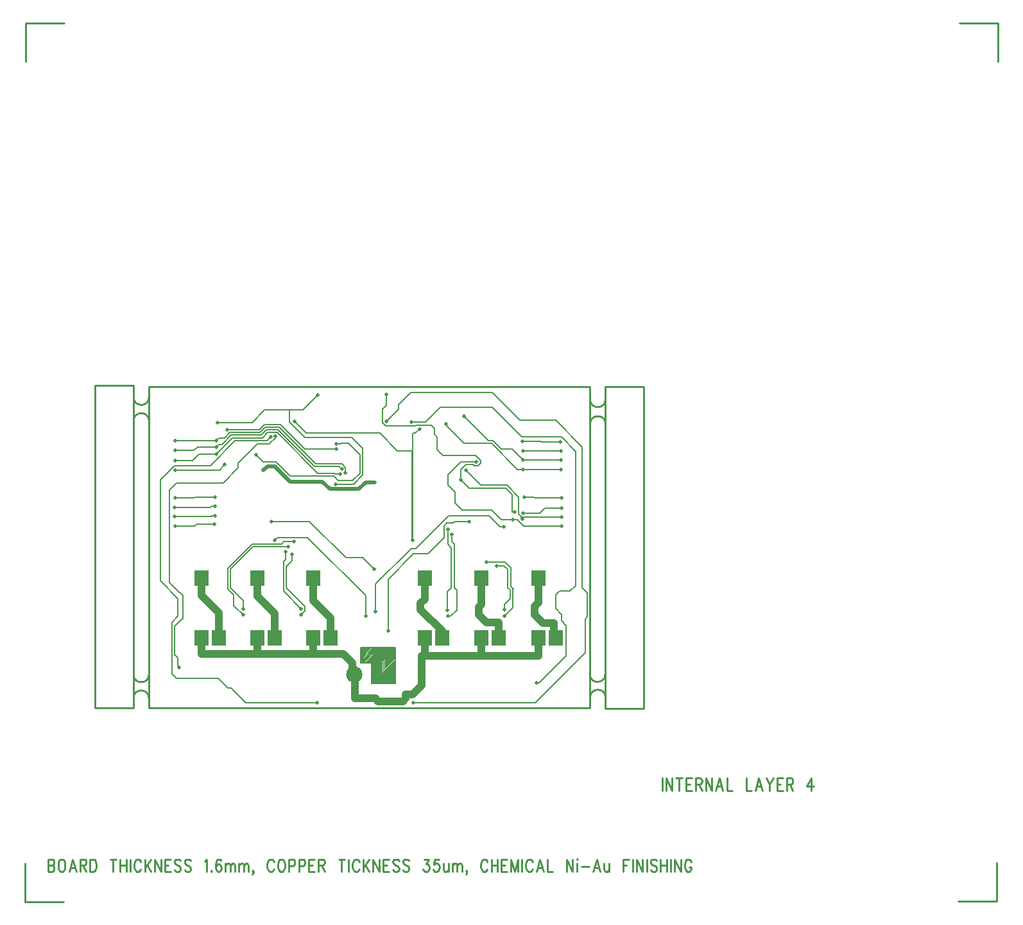
<source format=gbr>
*
*
G04 PADS Layout (Build Number 2007.21.1) generated Gerber (RS-274-X) file*
G04 PC Version=2.1*
*
%IN "2FOC-002.pcb"*%
*
%MOIN*%
*
%FSLAX35Y35*%
*
*
*
*
G04 PC Standard Apertures*
*
*
G04 Thermal Relief Aperture macro.*
%AMTER*
1,1,$1,0,0*
1,0,$1-$2,0,0*
21,0,$3,$4,0,0,45*
21,0,$3,$4,0,0,135*
%
*
*
G04 Annular Aperture macro.*
%AMANN*
1,1,$1,0,0*
1,0,$2,0,0*
%
*
*
G04 Odd Aperture macro.*
%AMODD*
1,1,$1,0,0*
1,0,$1-0.005,0,0*
%
*
*
G04 PC Custom Aperture Macros*
*
*
*
*
*
*
G04 PC Aperture Table*
*
%ADD010C,0.01*%
%ADD015C,0.008*%
%ADD028R,0.075X0.084*%
%ADD029C,0.085*%
%ADD070C,0.001*%
%ADD083C,0.00787*%
%ADD085C,0.03937*%
%ADD087C,0.01969*%
%ADD131C,0.00787*%
*
*
*
*
G04 PC Circuitry*
G04 Layer Name 2FOC-002.pcb - circuitry*
%LPD*%
*
*
G04 PC Custom Flashes*
G04 Layer Name 2FOC-002.pcb - flashes*
%LPD*%
*
*
G04 PC Circuitry*
G04 Layer Name 2FOC-002.pcb - circuitry*
%LPD*%
*
G54D10*
G01X2078150Y1436248D02*
Y1429685D01*
X2080195Y1436248D02*
Y1429685D01*
Y1436248D02*
X2083377Y1429685D01*
Y1436248D02*
Y1429685D01*
X2087013Y1436248D02*
Y1429685D01*
X2085422Y1436248D02*
X2088604D01*
X2090650D02*
Y1429685D01*
Y1436248D02*
X2093604D01*
X2090650Y1433123D02*
X2092468D01*
X2090650Y1429685D02*
X2093604D01*
X2095650Y1436248D02*
Y1429685D01*
Y1436248D02*
X2097695D01*
X2098377Y1435935*
X2098604Y1435623*
X2098831Y1434998*
Y1434373*
X2098604Y1433748*
X2098377Y1433435*
X2097695Y1433123*
X2095650*
X2097241D02*
X2098831Y1429685D01*
X2100877Y1436248D02*
Y1429685D01*
Y1436248D02*
X2104059Y1429685D01*
Y1436248D02*
Y1429685D01*
X2107922Y1436248D02*
X2106104Y1429685D01*
X2107922Y1436248D02*
X2109741Y1429685D01*
X2106786Y1431873D02*
X2109059D01*
X2111786Y1436248D02*
Y1429685D01*
X2114513*
X2121786Y1436248D02*
Y1429685D01*
X2124513*
X2128377Y1436248D02*
X2126559Y1429685D01*
X2128377Y1436248D02*
X2130195Y1429685D01*
X2127241Y1431873D02*
X2129513D01*
X2132241Y1436248D02*
X2134059Y1433123D01*
Y1429685*
X2135877Y1436248D02*
X2134059Y1433123D01*
X2137922Y1436248D02*
Y1429685D01*
Y1436248D02*
X2140877D01*
X2137922Y1433123D02*
X2139741D01*
X2137922Y1429685D02*
X2140877D01*
X2142922Y1436248D02*
Y1429685D01*
Y1436248D02*
X2144968D01*
X2145650Y1435935*
X2145877Y1435623*
X2146104Y1434998*
Y1434373*
X2145877Y1433748*
X2145650Y1433435*
X2144968Y1433123*
X2142922*
X2144513D02*
X2146104Y1429685D01*
X2155650Y1436248D02*
X2153377Y1431873D01*
X2156786*
X2155650Y1436248D02*
Y1429685D01*
X1759252Y1394122D02*
Y1387559D01*
Y1394122D02*
X1761297D01*
X1761979Y1393809*
X1762207Y1393497*
X1762434Y1392872*
Y1392247*
X1762207Y1391622*
X1761979Y1391309*
X1761297Y1390997*
X1759252D02*
X1761297D01*
X1761979Y1390684*
X1762207Y1390372*
X1762434Y1389747*
Y1388809*
X1762207Y1388184*
X1761979Y1387872*
X1761297Y1387559*
X1759252*
X1765843Y1394122D02*
X1765388Y1393809D01*
X1764934Y1393184*
X1764707Y1392559*
X1764479Y1391622*
Y1390059*
X1764707Y1389122*
X1764934Y1388497*
X1765388Y1387872*
X1765843Y1387559*
X1766752*
X1767207Y1387872*
X1767661Y1388497*
X1767888Y1389122*
X1768116Y1390059*
Y1391622*
X1767888Y1392559*
X1767661Y1393184*
X1767207Y1393809*
X1766752Y1394122*
X1765843*
X1771979D02*
X1770161Y1387559D01*
X1771979Y1394122D02*
X1773797Y1387559D01*
X1770843Y1389747D02*
X1773116D01*
X1775843Y1394122D02*
Y1387559D01*
Y1394122D02*
X1777888D01*
X1778570Y1393809*
X1778797Y1393497*
X1779025Y1392872*
Y1392247*
X1778797Y1391622*
X1778570Y1391309*
X1777888Y1390997*
X1775843*
X1777434D02*
X1779025Y1387559D01*
X1781070Y1394122D02*
Y1387559D01*
Y1394122D02*
X1782661D01*
X1783343Y1393809*
X1783797Y1393184*
X1784025Y1392559*
X1784252Y1391622*
Y1390059*
X1784025Y1389122*
X1783797Y1388497*
X1783343Y1387872*
X1782661Y1387559*
X1781070*
X1793116Y1394122D02*
Y1387559D01*
X1791525Y1394122D02*
X1794707D01*
X1796752D02*
Y1387559D01*
X1799934Y1394122D02*
Y1387559D01*
X1796752Y1390997D02*
X1799934D01*
X1801979Y1394122D02*
Y1387559D01*
X1807434Y1392559D02*
X1807207Y1393184D01*
X1806752Y1393809*
X1806297Y1394122*
X1805388*
X1804934Y1393809*
X1804479Y1393184*
X1804252Y1392559*
X1804025Y1391622*
Y1390059*
X1804252Y1389122*
X1804479Y1388497*
X1804934Y1387872*
X1805388Y1387559*
X1806297*
X1806752Y1387872*
X1807207Y1388497*
X1807434Y1389122*
X1809479Y1394122D02*
Y1387559D01*
X1812661Y1394122D02*
X1809479Y1389747D01*
X1810616Y1391309D02*
X1812661Y1387559D01*
X1814707Y1394122D02*
Y1387559D01*
Y1394122D02*
X1817888Y1387559D01*
Y1394122D02*
Y1387559D01*
X1819934Y1394122D02*
Y1387559D01*
Y1394122D02*
X1822888D01*
X1819934Y1390997D02*
X1821752D01*
X1819934Y1387559D02*
X1822888D01*
X1828116Y1393184D02*
X1827661Y1393809D01*
X1826979Y1394122*
X1826070*
X1825388Y1393809*
X1824934Y1393184*
Y1392559*
X1825161Y1391934*
X1825388Y1391622*
X1825843Y1391309*
X1827207Y1390684*
X1827661Y1390372*
X1827888Y1390059*
X1828116Y1389434*
Y1388497*
X1827661Y1387872*
X1826979Y1387559*
X1826070*
X1825388Y1387872*
X1824934Y1388497*
X1833343Y1393184D02*
X1832888Y1393809D01*
X1832207Y1394122*
X1831297*
X1830616Y1393809*
X1830161Y1393184*
Y1392559*
X1830388Y1391934*
X1830616Y1391622*
X1831070Y1391309*
X1832434Y1390684*
X1832888Y1390372*
X1833116Y1390059*
X1833343Y1389434*
Y1388497*
X1832888Y1387872*
X1832207Y1387559*
X1831297*
X1830616Y1387872*
X1830161Y1388497*
X1840616Y1392872D02*
X1841070Y1393184D01*
X1841752Y1394122*
Y1387559*
X1844025Y1388184D02*
X1843797Y1387872D01*
X1844025Y1387559*
X1844252Y1387872*
X1844025Y1388184*
X1849025Y1393184D02*
X1848797Y1393809D01*
X1848116Y1394122*
X1847661*
X1846979Y1393809*
X1846525Y1392872*
X1846297Y1391309*
Y1389747*
X1846525Y1388497*
X1846979Y1387872*
X1847661Y1387559*
X1847888*
X1848570Y1387872*
X1849025Y1388497*
X1849252Y1389434*
Y1389747*
X1849025Y1390684*
X1848570Y1391309*
X1847888Y1391622*
X1847661*
X1846979Y1391309*
X1846525Y1390684*
X1846297Y1389747*
X1851297Y1391934D02*
Y1387559D01*
Y1390684D02*
X1851979Y1391622D01*
X1852434Y1391934*
X1853116*
X1853570Y1391622*
X1853797Y1390684*
Y1387559*
Y1390684D02*
X1854479Y1391622D01*
X1854934Y1391934*
X1855616*
X1856070Y1391622*
X1856297Y1390684*
Y1387559*
X1858343Y1391934D02*
Y1387559D01*
Y1390684D02*
X1859025Y1391622D01*
X1859479Y1391934*
X1860161*
X1860616Y1391622*
X1860843Y1390684*
Y1387559*
Y1390684D02*
X1861525Y1391622D01*
X1861979Y1391934*
X1862661*
X1863116Y1391622*
X1863343Y1390684*
Y1387559*
X1865843Y1387872D02*
X1865616Y1387559D01*
X1865388Y1387872*
X1865616Y1388184*
X1865843Y1387872*
Y1387247*
X1865616Y1386622*
X1865388Y1386309*
X1876525Y1392559D02*
X1876297Y1393184D01*
X1875843Y1393809*
X1875388Y1394122*
X1874479*
X1874025Y1393809*
X1873570Y1393184*
X1873343Y1392559*
X1873116Y1391622*
Y1390059*
X1873343Y1389122*
X1873570Y1388497*
X1874025Y1387872*
X1874479Y1387559*
X1875388*
X1875843Y1387872*
X1876297Y1388497*
X1876525Y1389122*
X1879934Y1394122D02*
X1879479Y1393809D01*
X1879025Y1393184*
X1878797Y1392559*
X1878570Y1391622*
Y1390059*
X1878797Y1389122*
X1879025Y1388497*
X1879479Y1387872*
X1879934Y1387559*
X1880843*
X1881297Y1387872*
X1881752Y1388497*
X1881979Y1389122*
X1882207Y1390059*
Y1391622*
X1881979Y1392559*
X1881752Y1393184*
X1881297Y1393809*
X1880843Y1394122*
X1879934*
X1884252D02*
Y1387559D01*
Y1394122D02*
X1886297D01*
X1886979Y1393809*
X1887207Y1393497*
X1887434Y1392872*
Y1391934*
X1887207Y1391309*
X1886979Y1390997*
X1886297Y1390684*
X1884252*
X1889479Y1394122D02*
Y1387559D01*
Y1394122D02*
X1891525D01*
X1892207Y1393809*
X1892434Y1393497*
X1892661Y1392872*
Y1391934*
X1892434Y1391309*
X1892207Y1390997*
X1891525Y1390684*
X1889479*
X1894707Y1394122D02*
Y1387559D01*
Y1394122D02*
X1897661D01*
X1894707Y1390997D02*
X1896525D01*
X1894707Y1387559D02*
X1897661D01*
X1899707Y1394122D02*
Y1387559D01*
Y1394122D02*
X1901752D01*
X1902434Y1393809*
X1902661Y1393497*
X1902888Y1392872*
Y1392247*
X1902661Y1391622*
X1902434Y1391309*
X1901752Y1390997*
X1899707*
X1901297D02*
X1902888Y1387559D01*
X1911752Y1394122D02*
Y1387559D01*
X1910161Y1394122D02*
X1913343D01*
X1915388D02*
Y1387559D01*
X1920843Y1392559D02*
X1920616Y1393184D01*
X1920161Y1393809*
X1919707Y1394122*
X1918797*
X1918343Y1393809*
X1917888Y1393184*
X1917661Y1392559*
X1917434Y1391622*
Y1390059*
X1917661Y1389122*
X1917888Y1388497*
X1918343Y1387872*
X1918797Y1387559*
X1919707*
X1920161Y1387872*
X1920616Y1388497*
X1920843Y1389122*
X1922888Y1394122D02*
Y1387559D01*
X1926070Y1394122D02*
X1922888Y1389747D01*
X1924025Y1391309D02*
X1926070Y1387559D01*
X1928116Y1394122D02*
Y1387559D01*
Y1394122D02*
X1931297Y1387559D01*
Y1394122D02*
Y1387559D01*
X1933343Y1394122D02*
Y1387559D01*
Y1394122D02*
X1936297D01*
X1933343Y1390997D02*
X1935161D01*
X1933343Y1387559D02*
X1936297D01*
X1941525Y1393184D02*
X1941070Y1393809D01*
X1940388Y1394122*
X1939479*
X1938797Y1393809*
X1938343Y1393184*
Y1392559*
X1938570Y1391934*
X1938797Y1391622*
X1939252Y1391309*
X1940616Y1390684*
X1941070Y1390372*
X1941297Y1390059*
X1941525Y1389434*
Y1388497*
X1941070Y1387872*
X1940388Y1387559*
X1939479*
X1938797Y1387872*
X1938343Y1388497*
X1946752Y1393184D02*
X1946297Y1393809D01*
X1945616Y1394122*
X1944707*
X1944025Y1393809*
X1943570Y1393184*
Y1392559*
X1943797Y1391934*
X1944025Y1391622*
X1944479Y1391309*
X1945843Y1390684*
X1946297Y1390372*
X1946525Y1390059*
X1946752Y1389434*
Y1388497*
X1946297Y1387872*
X1945616Y1387559*
X1944707*
X1944025Y1387872*
X1943570Y1388497*
X1954479Y1394122D02*
X1956979D01*
X1955616Y1391622*
X1956297*
X1956752Y1391309*
X1956979Y1390997*
X1957207Y1390059*
Y1389434*
X1956979Y1388497*
X1956525Y1387872*
X1955843Y1387559*
X1955161*
X1954479Y1387872*
X1954252Y1388184*
X1954025Y1388809*
X1962207Y1394122D02*
X1959934D01*
X1959707Y1391309*
X1959934Y1391622*
X1960616Y1391934*
X1961297*
X1961979Y1391622*
X1962434Y1390997*
X1962661Y1390059*
X1962434Y1389434*
X1962207Y1388497*
X1961752Y1387872*
X1961070Y1387559*
X1960388*
X1959707Y1387872*
X1959479Y1388184*
X1959252Y1388809*
X1964707Y1391934D02*
Y1388809D01*
X1964934Y1387872*
X1965388Y1387559*
X1966070*
X1966525Y1387872*
X1967207Y1388809*
Y1391934D02*
Y1387559D01*
X1969252Y1391934D02*
Y1387559D01*
Y1390684D02*
X1969934Y1391622D01*
X1970388Y1391934*
X1971070*
X1971525Y1391622*
X1971752Y1390684*
Y1387559*
Y1390684D02*
X1972434Y1391622D01*
X1972888Y1391934*
X1973570*
X1974025Y1391622*
X1974252Y1390684*
Y1387559*
X1976752Y1387872D02*
X1976525Y1387559D01*
X1976297Y1387872*
X1976525Y1388184*
X1976752Y1387872*
Y1387247*
X1976525Y1386622*
X1976297Y1386309*
X1987434Y1392559D02*
X1987207Y1393184D01*
X1986752Y1393809*
X1986297Y1394122*
X1985388*
X1984934Y1393809*
X1984479Y1393184*
X1984252Y1392559*
X1984025Y1391622*
Y1390059*
X1984252Y1389122*
X1984479Y1388497*
X1984934Y1387872*
X1985388Y1387559*
X1986297*
X1986752Y1387872*
X1987207Y1388497*
X1987434Y1389122*
X1989479Y1394122D02*
Y1387559D01*
X1992661Y1394122D02*
Y1387559D01*
X1989479Y1390997D02*
X1992661D01*
X1994707Y1394122D02*
Y1387559D01*
Y1394122D02*
X1997661D01*
X1994707Y1390997D02*
X1996525D01*
X1994707Y1387559D02*
X1997661D01*
X1999707Y1394122D02*
Y1387559D01*
Y1394122D02*
X2001525Y1387559D01*
X2003343Y1394122D02*
X2001525Y1387559D01*
X2003343Y1394122D02*
Y1387559D01*
X2005388Y1394122D02*
Y1387559D01*
X2010843Y1392559D02*
X2010616Y1393184D01*
X2010161Y1393809*
X2009707Y1394122*
X2008797*
X2008343Y1393809*
X2007888Y1393184*
X2007661Y1392559*
X2007434Y1391622*
Y1390059*
X2007661Y1389122*
X2007888Y1388497*
X2008343Y1387872*
X2008797Y1387559*
X2009707*
X2010161Y1387872*
X2010616Y1388497*
X2010843Y1389122*
X2014707Y1394122D02*
X2012888Y1387559D01*
X2014707Y1394122D02*
X2016525Y1387559D01*
X2013570Y1389747D02*
X2015843D01*
X2018570Y1394122D02*
Y1387559D01*
X2021297*
X2028570Y1394122D02*
Y1387559D01*
Y1394122D02*
X2031752Y1387559D01*
Y1394122D02*
Y1387559D01*
X2033797Y1394122D02*
X2034025Y1393809D01*
X2034252Y1394122*
X2034025Y1394434*
X2033797Y1394122*
X2034025Y1391934D02*
Y1387559D01*
X2036297Y1390372D02*
X2040388D01*
X2044252Y1394122D02*
X2042434Y1387559D01*
X2044252Y1394122D02*
X2046070Y1387559D01*
X2043116Y1389747D02*
X2045388D01*
X2048116Y1391934D02*
Y1388809D01*
X2048343Y1387872*
X2048797Y1387559*
X2049479*
X2049934Y1387872*
X2050616Y1388809*
Y1391934D02*
Y1387559D01*
X2057888Y1394122D02*
Y1387559D01*
Y1394122D02*
X2060843D01*
X2057888Y1390997D02*
X2059707D01*
X2062888Y1394122D02*
Y1387559D01*
X2064934Y1394122D02*
Y1387559D01*
Y1394122D02*
X2068116Y1387559D01*
Y1394122D02*
Y1387559D01*
X2070161Y1394122D02*
Y1387559D01*
X2075388Y1393184D02*
X2074934Y1393809D01*
X2074252Y1394122*
X2073343*
X2072661Y1393809*
X2072207Y1393184*
Y1392559*
X2072434Y1391934*
X2072661Y1391622*
X2073116Y1391309*
X2074479Y1390684*
X2074934Y1390372*
X2075161Y1390059*
X2075388Y1389434*
Y1388497*
X2074934Y1387872*
X2074252Y1387559*
X2073343*
X2072661Y1387872*
X2072207Y1388497*
X2077434Y1394122D02*
Y1387559D01*
X2080616Y1394122D02*
Y1387559D01*
X2077434Y1390997D02*
X2080616D01*
X2082661Y1394122D02*
Y1387559D01*
X2084707Y1394122D02*
Y1387559D01*
Y1394122D02*
X2087888Y1387559D01*
Y1394122D02*
Y1387559D01*
X2093343Y1392559D02*
X2093116Y1393184D01*
X2092661Y1393809*
X2092207Y1394122*
X2091297*
X2090843Y1393809*
X2090388Y1393184*
X2090161Y1392559*
X2089934Y1391622*
Y1390059*
X2090161Y1389122*
X2090388Y1388497*
X2090843Y1387872*
X2091297Y1387559*
X2092207*
X2092661Y1387872*
X2093116Y1388497*
X2093343Y1389122*
Y1390059*
X2092207D02*
X2093343D01*
X1811638Y1472618D02*
X2040748D01*
Y1639331*
X1811638*
Y1472618*
X1767520Y1828110D02*
X1747520D01*
Y1808110*
X1747441Y1391890D02*
Y1371890D01*
X1767441*
X2232087Y1372205D02*
X2252087D01*
Y1392205*
X2252559Y1808031D02*
Y1828031D01*
X2232559*
X1803543Y1640118D02*
Y1472598D01*
X1783465*
Y1639921*
X1803346*
X2040757Y1632696D02*
G75*
G03X2048757I4000J0D01*
G01X2048791Y1619988D02*
G03X2040791I-4000J-0D01*
G01X1803664Y1633822D02*
G03X1811664I4000J0D01*
G01X1811677Y1621551D02*
G03X1803677I-4000J0D01*
G01X1803664Y1489924D02*
G03X1811664I4000J0D01*
G01X1811612Y1477656D02*
G03X1803612I-4000J-0D01*
G01X2040672Y1490121D02*
G03X2048672I4000J0D01*
G01X2068504Y1472205D02*
X2048728D01*
Y1639331*
X2068504*
Y1472205*
X2048805Y1478060D02*
G03X2040805I-4000J-0D01*
G54D15*
G01X1921487Y1496050D02*
Y1504108D01*
X1939781*
Y1485223*
X1927195*
Y1496050*
X1921487*
X1927195Y1490963D02*
X1939781Y1503548D01*
X1927195Y1489944D02*
X1939781Y1502530D01*
X1927195Y1488926D02*
X1939781Y1501512D01*
X1927195Y1487908D02*
X1939781Y1500494D01*
X1927195Y1486890D02*
X1939781Y1499475D01*
X1927195Y1485871D02*
X1939781Y1498457D01*
X1927565Y1485223D02*
X1939781Y1497439D01*
X1928583Y1485223D02*
X1939781Y1496421D01*
X1929601Y1485223D02*
X1939781Y1495403D01*
X1930620Y1485223D02*
X1939781Y1494384D01*
X1931638Y1485223D02*
X1939781Y1493366D01*
X1932656Y1485223D02*
X1939781Y1492348D01*
X1933674Y1485223D02*
X1939781Y1491330D01*
X1934693Y1485223D02*
X1939781Y1490311D01*
X1935711Y1485223D02*
X1939781Y1489293D01*
X1936729Y1485223D02*
X1939781Y1488275D01*
X1937747Y1485223D02*
X1939781Y1487257D01*
X1938766Y1485223D02*
X1939781Y1486238D01*
X1927195Y1491981D02*
X1939322Y1504108D01*
X1927195Y1492999D02*
X1938304Y1504108D01*
X1927195Y1494017D02*
X1937286Y1504108D01*
X1927195Y1495036D02*
X1936268Y1504108D01*
X1927191Y1496050D02*
X1935249Y1504108D01*
X1926173Y1496050D02*
X1934231Y1504108D01*
X1925155Y1496050D02*
X1933213Y1504108D01*
X1924136Y1496050D02*
X1932195Y1504108D01*
X1923118Y1496050D02*
X1931176Y1504108D01*
X1922100Y1496050D02*
X1930158Y1504108D01*
X1921487Y1496455D02*
X1929140Y1504108D01*
X1921487Y1497473D02*
X1928122Y1504108D01*
X1921487Y1498491D02*
X1927104Y1504108D01*
X1921487Y1499509D02*
X1926085Y1504108D01*
X1921487Y1500527D02*
X1925067Y1504108D01*
X1921487Y1501546D02*
X1924049Y1504108D01*
X1921487Y1502564D02*
X1923031Y1504108D01*
X1921487Y1503582D02*
X1922012Y1504108D01*
G54D28*
X1838811Y1508795D03*
X1847811D03*
X1867811D03*
X1876811D03*
X1896811D03*
X1905811D03*
X1838811Y1539795D03*
X1867811D03*
X1896811D03*
X1954811Y1508795D03*
X1963811D03*
X1984311D03*
X1993311D03*
X2013811D03*
X2022811D03*
X1954811Y1539795D03*
X1984311D03*
X2013811D03*
G54D29*
X1918311Y1489795D03*
G54D70*
G54D83*
X1949016Y1475354D02*
X2012228D01*
X2038213Y1501339*
Y1518788*
X2039370Y1519946*
Y1532276*
X2012795Y1485591D02*
X2014197D01*
X2028370Y1499764*
Y1508795*
X1824961Y1500177D02*
Y1515043D01*
X1828898Y1518980*
X1829291*
X1824961Y1500177D02*
X1826598Y1498539D01*
Y1494469*
X1827386Y1493681*
X1823583Y1500177D02*
Y1490437D01*
X1825929Y1488091*
X1847543*
X1852780Y1482854*
X1854335*
X1862031Y1475157*
X1899016*
X1823583Y1500177D02*
Y1508795D01*
Y1517012*
X1826732Y1520161*
Y1524295*
X1921487Y1496050D02*
Y1497795D01*
X1922638*
X1881520Y1539795D02*
Y1533248D01*
X1890772Y1523996*
Y1520846D02*
X1892740Y1522815D01*
Y1523996*
X1966953Y1520256D02*
X1968331D01*
X1971480Y1523406*
Y1532067*
X1966756Y1523406D02*
Y1532854D01*
X1968724Y1534823*
Y1555689*
X1996283Y1520453D02*
X2000614Y1524783D01*
Y1534232*
X2000811Y1534429*
X1996283Y1523602D02*
Y1526358D01*
X1999236Y1529311*
Y1532461*
X2022858Y1524150D02*
X2025888Y1521120D01*
Y1517817*
X2028370Y1515335*
Y1508795*
X2022858Y1524150D02*
Y1531280D01*
X2024827Y1533248*
X2030437*
X2033193Y1536004*
Y1605787*
X1822402Y1545886D02*
Y1585744D01*
X1826008Y1589350*
X1850220*
X1858094Y1597224*
Y1599783*
X1867908Y1609597*
X1874404*
Y1609794*
X1877362Y1612752*
Y1613150*
X1822402Y1545886D02*
Y1537681D01*
X1827323Y1532760*
X1827520*
X1829291Y1530988*
Y1518980*
X1817480Y1546220D02*
Y1538469D01*
X1826732Y1529217*
Y1524295*
X1817480Y1546220D02*
Y1591059D01*
X1824827Y1598406*
X1843528*
X1856323Y1611201*
X1872854*
X1874803Y1613150*
X1853961Y1544469D02*
Y1535020D01*
X1860654Y1528327*
Y1523996*
X1853961Y1544469D02*
X1865772Y1556280D01*
X1883882*
X1852583Y1539795D02*
Y1534429D01*
X1855732Y1531280*
Y1525768*
X1860654Y1520846*
X1852583Y1539795D02*
Y1544469D01*
Y1545059*
X1865181Y1557657*
X1880535*
X1881717Y1558839*
X1886835*
X1881520Y1545846D02*
Y1548602D01*
X1882701Y1549783*
Y1553720*
X1881520Y1539795D02*
Y1545846D01*
X1882898D02*
X1885850Y1548799D01*
Y1552343*
X1882898Y1545846D02*
Y1535020D01*
X1892740Y1525177*
Y1523996*
X1992150Y1546437D02*
X1996087D01*
X1998055Y1544469*
Y1535020*
X1999236Y1533839*
Y1532461*
X1986835Y1548209D02*
X1989787D01*
X1989984Y1548406*
X1996677*
X1999630Y1545453*
Y1535610*
X2000811Y1534429*
X1825197Y1566890D02*
X1835236D01*
X1836220Y1567874*
X1845669*
X1825000Y1572008D02*
X1843898D01*
X1844094Y1572205*
X1845866*
X1876795Y1559626D02*
X1878173Y1561004D01*
X1894118*
X1924213Y1530909*
Y1520236*
X1948646Y1559626D02*
Y1604705D01*
X1968921Y1562579D02*
Y1559035D01*
X1970299Y1557657*
Y1534823*
X1971480Y1533642*
Y1532067*
X1966953Y1565138D02*
Y1562579D01*
Y1557461*
X1968724Y1555689*
X2005315Y1571614D02*
X2005020Y1571319D01*
X2005709Y1570630*
X2005315Y1571614D02*
X2025787D01*
X2006102Y1573780D02*
X2014567D01*
X2017126Y1576339*
X2025787*
X2000591Y1570236D02*
X2002799D01*
X2006146Y1566890*
X2025787*
X1825024Y1576752D02*
X1843528D01*
X1843921Y1577146*
X1845890*
X1825197Y1581654D02*
X1835433D01*
X1835827Y1582047*
X1845866*
X1908465Y1588740D02*
X1917913D01*
X1922736Y1593563*
Y1605965*
X1966929Y1592677D02*
Y1588346D01*
X1970496Y1584780*
Y1579114*
X1974433Y1575177*
X1989591*
X1994531Y1570236*
X2000591*
X1973622Y1590906D02*
X1977933Y1586594D01*
X1997071*
X2000417Y1583248*
Y1574173*
X2001772*
X1966929Y1592677D02*
Y1593661D01*
X1973622Y1600354*
X1981693*
X1973622Y1590925D02*
Y1596220D01*
X1976378Y1598976*
X1980118*
X1980709Y1598386*
X1982677*
X1983882Y1599591*
X2006520Y1581870D02*
X2011220D01*
X2011811Y1581457*
X2025787*
X1825394Y1596024D02*
X1848232D01*
X1851008Y1598799*
X1825394Y1600945D02*
X1834256D01*
X1837602Y1604291*
X1846457*
X1825394Y1606260D02*
X1835043D01*
X1836815Y1608031*
X1846654*
X1825394Y1611378D02*
X1846457D01*
Y1604291D02*
X1848248Y1606083D01*
X1848252*
X1854945Y1612776*
X1870496*
X1873252Y1615531*
X1878173*
X1899433Y1594272*
X1908094*
X1908311Y1594055*
X1910827*
X1846654Y1608031D02*
X1848051Y1609429D01*
X1849630*
X1854354Y1614154*
X1869906*
X1872661Y1616909*
X1878764*
X1897661Y1598012*
X1910413*
X1911811Y1596614*
X1846457Y1611378D02*
X1847854Y1612776D01*
X1851008*
X1853764Y1615531*
X1869315*
X1872071Y1618287*
X1879354*
X1898252Y1599390*
X1911835*
X1913780Y1597445*
Y1596614*
X1867346Y1603917D02*
X1870909Y1600354D01*
X1877559*
X1885039Y1592874*
X1907480*
X1909843Y1590512*
X1917323*
X1921260Y1594449*
Y1603898*
X1877362Y1613150D02*
Y1613543D01*
X1913583Y1594646D02*
X1913780Y1594843D01*
Y1596614*
X1909055Y1609606D02*
X1911220D01*
X1911417Y1609803*
X1915354*
X1921260Y1603898*
X1896850Y1612953D02*
X1916929D01*
X1922736Y1607146*
Y1605965*
X1948646Y1606083D02*
Y1604705D01*
X1948646*
Y1559626*
Y1606083D02*
Y1614941D01*
X1948843Y1615138*
X1950024*
X1952189Y1617303*
X1948646Y1606083D02*
X1948449D01*
Y1604705*
Y1559823*
X1948646Y1559626*
X1948646*
X1976183Y1595825D02*
X1983839Y1588169D01*
X1997465*
X2003764Y1581870*
Y1573165*
X2005315Y1571614*
X2005929Y1601161D02*
X2025614D01*
X2005929Y1605886D02*
X2025614D01*
X2005929Y1596437D02*
X2025571D01*
X2025591Y1596417*
X2005732Y1610807D02*
X2015378D01*
X2015398Y1610787*
X2025394*
X1847244Y1620630D02*
X1865161D01*
X1871657Y1627126*
X1884669*
X1852362Y1617087D02*
X1868902D01*
X1871480Y1619665*
X1879945*
X1892563Y1607047*
X1909055*
X1884669Y1627126D02*
X1891535D01*
X1899213Y1634803*
X1884669Y1627126D02*
Y1620846D01*
X1892563Y1612953*
X1896850*
X1887228Y1621240D02*
X1893331Y1615138D01*
X1931520*
X1940575Y1606083*
X1948449*
X1932898Y1620650D02*
Y1627740D01*
X1934866Y1629685*
Y1635413*
X1932898Y1620650D02*
X1934472Y1619075D01*
X1950024*
X1950220Y1619272*
X1958291*
X1959866Y1617697*
Y1614547*
X1961441Y1612972*
Y1606476*
X1964197Y1603720*
X1981126*
X1983882Y1600965*
Y1599591*
X1947858Y1621043D02*
X1955339D01*
X1963016Y1628720*
X1989787*
X2005339Y1613169*
X2025811*
X2033193Y1605787*
X1935039Y1621417D02*
X1941362Y1627740D01*
Y1629902*
X1947661Y1636201*
X1989787*
X2004157Y1621831*
X2022835*
X2036626Y1608039*
Y1535020*
X2039370Y1532276*
X1965945Y1620039D02*
Y1619295D01*
X1975417Y1609823*
X1989591*
X2002976Y1596437*
X2005929*
X1975220Y1623996D02*
X1988016Y1611201D01*
X1990181*
X1994512Y1606870*
X2000220*
X2005929Y1601161*
G54D85*
X1918311Y1489795D02*
X1918724Y1489382D01*
Y1477539*
X1929157*
X1930732Y1475965*
X1943528*
X1945102Y1477539*
Y1479705*
X1948646*
X1953370Y1484429*
Y1499587*
X1954811*
X1838811Y1508795D02*
Y1500571D01*
X1867811*
X1896811D02*
X1867811D01*
Y1508795*
X1896811Y1500571D02*
X1912622D01*
X1915575Y1497618*
X1917150Y1496043*
Y1493681*
X1918311Y1492520*
Y1489795*
X1896811Y1500571D02*
Y1508795D01*
X1984311Y1499587D02*
X1954811D01*
Y1508795*
X1984311Y1499587D02*
X2013811D01*
Y1508795*
X1984311Y1499587D02*
Y1508795D01*
X1952780Y1523602D02*
Y1526886D01*
X1954811Y1528917*
Y1539795*
X1952780Y1523602D02*
X1963803Y1512579D01*
Y1508803*
X1963811Y1508795*
X1982898Y1520846D02*
Y1524945D01*
X1984311Y1526358*
Y1539795*
X1982898Y1520846D02*
X1986835Y1516909D01*
X1993311*
Y1508795*
X2012031Y1521043D02*
Y1525366D01*
X2013811Y1527146*
Y1539795*
X2012031Y1521043D02*
X2016362Y1516713D01*
X2022071*
Y1509035*
X2022571*
X2022811Y1508795*
X1838811Y1539795D02*
Y1530886D01*
X1847811Y1521886*
Y1508795*
X1867811Y1539795D02*
Y1530492D01*
X1876472Y1521831*
X1876811Y1521492*
Y1508795*
X1896811Y1539795D02*
Y1528130D01*
X1905811Y1519130*
Y1508795*
G54D87*
X1871063Y1595827D02*
X1873228Y1597992D01*
X1876969*
X1884843Y1590118*
X1901772*
X1905709Y1586181*
X1920669*
X1924213Y1589724*
X1928937*
X1827386Y1493681D03*
X1899016Y1475157D03*
X1949016Y1475354D03*
X2012795Y1485591D03*
X1922638Y1497795D03*
X1936047Y1512579D03*
X1860654Y1523996D03*
Y1520846D03*
X1890772Y1523996D03*
Y1520846D03*
X1929354Y1522618D03*
X1924213Y1520236D03*
X1966953Y1520256D03*
X1966756Y1523406D03*
X1996283Y1520453D03*
Y1523602D03*
X1882701Y1553720D03*
X1885850Y1552343D03*
X1928567Y1544469D03*
X1992150Y1546437D03*
X1986835Y1548209D03*
X1825197Y1566890D03*
X1825000Y1572008D03*
X1845669Y1567874D03*
X1845866Y1572205D03*
X1875417Y1569272D03*
X1883882Y1556280D03*
X1886835Y1558839D03*
X1876795Y1559626D03*
X1948646D03*
X1968921Y1562579D03*
X1966953Y1565138D03*
X1977976Y1569272D03*
X2006102Y1573780D03*
X2005709Y1570630D03*
X2000591Y1570236D03*
X1996087Y1566516D03*
X2025787Y1571614D03*
Y1566890D03*
X1825024Y1576752D03*
X1825197Y1581654D03*
X1845866Y1582047D03*
X1845890Y1577146D03*
X1908465Y1588740D03*
X1928937Y1589724D03*
X1973622Y1590906D03*
X2006520Y1581870D03*
X2001772Y1574173D03*
X2025787Y1576339D03*
Y1581457D03*
X1825394Y1596024D03*
Y1600945D03*
Y1606260D03*
Y1611378D03*
X1851008Y1598799D03*
X1846457Y1604291D03*
X1846654Y1608031D03*
X1846457Y1611378D03*
X1867346Y1603917D03*
X1871063Y1595827D03*
X1874803Y1613150D03*
X1877362Y1613543D03*
X1911811Y1596614D03*
X1910827Y1594055D03*
X1913583Y1594646D03*
X1909055Y1607047D03*
Y1609606D03*
X1976181Y1595827D03*
X1981693Y1600354D03*
X2005929Y1601161D03*
Y1605886D03*
Y1596437D03*
X2005732Y1610807D03*
X2025614Y1605886D03*
Y1601161D03*
X2025591Y1596417D03*
X2025394Y1610787D03*
X1847244Y1620630D03*
X1852362Y1617087D03*
X1887228Y1621240D03*
X1952189Y1617303D03*
X1947858Y1621043D03*
X1935039Y1621417D03*
X1965945Y1620039D03*
X1975220Y1623996D03*
X1899213Y1634803D03*
X1934866Y1635413D03*
G54D131*
X1929354Y1522618D02*
Y1536791D01*
X1947858Y1555295*
X1950220*
X1967150Y1572224*
X1988606*
Y1571831*
X1993921Y1566516*
X1996087*
X1935850Y1539350D02*
Y1520453D01*
X1936047Y1520256*
Y1512579*
X1935850Y1539350D02*
X1949039Y1552539D01*
X1956520*
X1964787Y1560807*
Y1567106*
X1966165Y1568484*
X1969512*
X1970693Y1569272*
X1977976*
X1875417D02*
X1895102D01*
X1913803Y1550571*
X1922465*
X1928567Y1544469*
X1973622Y1590906D02*
Y1590925D01*
X1976181Y1595827D02*
X1976183Y1595825D01*
G74*
X0Y0D02*
M02*

</source>
